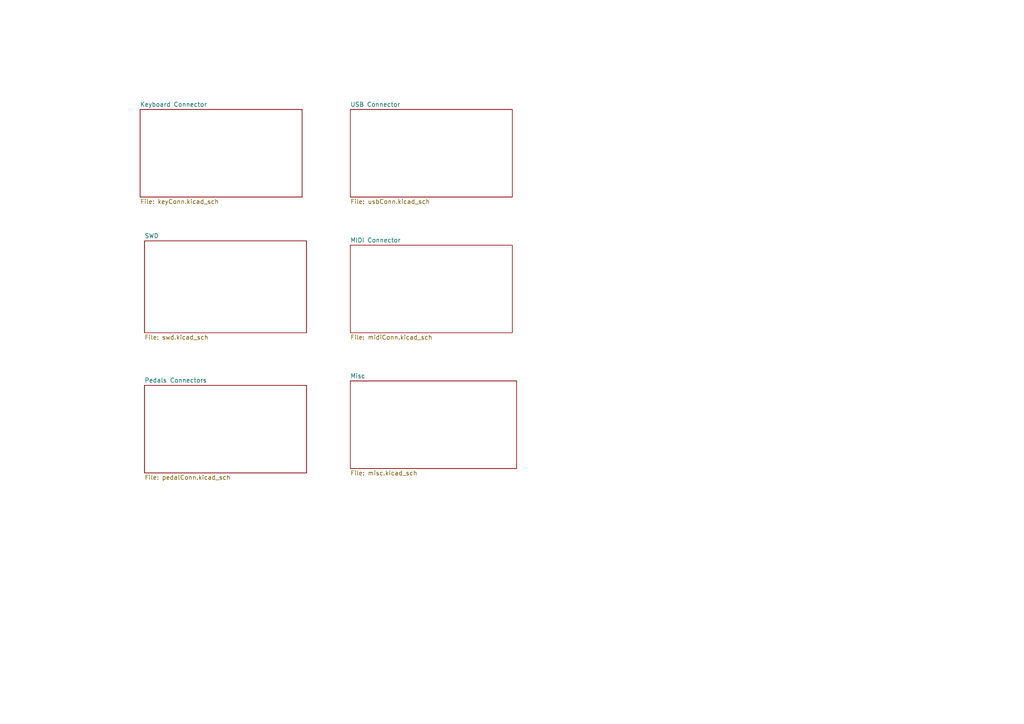
<source format=kicad_sch>
(kicad_sch (version 20211123) (generator eeschema)
  (paper "A4")
  (lib_symbols)
  (sheet (at 101.6 31.75) (size 46.99 25.4) (stroke (width 0.1524))
    (property "Sheet name" "USB Connector" (at 101.6 31.0384 0) (effects (justify left bottom)))
    (property "Sheet file" "usbConn.kicad_sch" (at 101.6 57.7346 0) (effects (justify left top)))
  )
  (sheet (at 41.91 111.76) (size 46.99 25.4) (stroke (width 0.1524))
    (property "Sheet name" "Pedals Connectors" (at 41.91 111.0484 0) (effects (justify left bottom)))
    (property "Sheet file" "pedalConn.kicad_sch" (at 41.91 137.7446 0) (effects (justify left top)))
  )
  (sheet (at 101.6 110.49) (size 48.26 25.4) (stroke (width 0.1524))
    (property "Sheet name" "Misc" (at 101.6 109.7784 0) (effects (justify left bottom)))
    (property "Sheet file" "misc.kicad_sch" (at 101.6 136.4746 0) (effects (justify left top)))
  )
  (sheet (at 41.91 69.85) (size 46.99 26.67) (stroke (width 0.1524))
    (property "Sheet name" "SWD" (at 41.91 69.1384 0) (effects (justify left bottom)))
    (property "Sheet file" "swd.kicad_sch" (at 41.91 97.1046 0) (effects (justify left top)))
  )
  (sheet (at 101.6 71.12) (size 46.99 25.4) (stroke (width 0.1524))
    (property "Sheet name" "MIDI Connector" (at 101.6 70.4084 0) (effects (justify left bottom)))
    (property "Sheet file" "midiConn.kicad_sch" (at 101.6 97.1046 0) (effects (justify left top)))
  )
  (sheet (at 40.64 31.75) (size 46.99 25.4) (stroke (width 0.1524))
    (property "Sheet name" "Keyboard Connector" (at 40.64 31.0384 0) (effects (justify left bottom)))
    (property "Sheet file" "keyConn.kicad_sch" (at 40.64 57.7346 0) (effects (justify left top)))
  )
)
</source>
